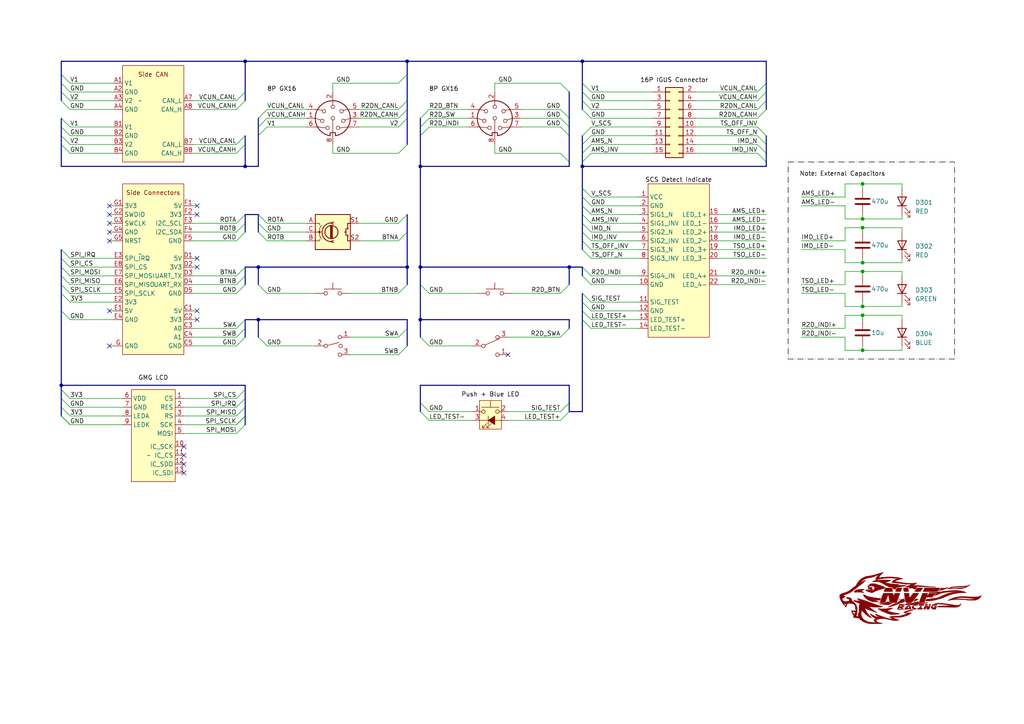
<source format=kicad_sch>
(kicad_sch (version 20231120) (generator "eeschema") (generator_version "8.0")
  (paper "A4")
  (title_block (title "NVF-2 Right Throttle Packaging Wiring") (date "2024-03-06") (rev "1") (company "Scott CJX"))
  (lib_symbols
    (symbol "Connector:DIN-8" (pin_names (offset 1.016))
      (property "Reference" "J" (at 3.175 5.715 0))
      (property "Value" "DIN-8" (at 2.032 -5.842 0))
      (symbol "DIN-8_1_1"
        (pin passive line (at -7.62 0 0) (length 2.54) (name "~") (number "1"))
        (pin passive line (at 0 7.62 270) (length 2.54) (name "~") (number "2"))
        (pin passive line (at 7.62 0 180) (length 2.54) (name "~") (number "3"))
        (pin passive line (at -7.62 2.54 0) (length 2.54) (name "~") (number "4"))
        (pin passive line (at 7.62 2.54 180) (length 2.54) (name "~") (number "5"))
        (pin passive line (at -7.62 -2.54 0) (length 2.54) (name "~") (number "6"))
        (pin passive line (at 7.62 -2.54 180) (length 2.54) (name "~") (number "7"))
        (pin passive line (at 0 -7.62 90) (length 2.54) (name "~") (number "8"))
      )
    )
    (symbol "Connector_Generic:Conn_02x08_Odd_Even" (pin_names (offset 1.016) hide)
      (property "Reference" "J" (at 1.27 10.16 0))
      (property "Value" "Conn_02x08_Odd_Even" (at 1.27 -12.7 0))
      (symbol "Conn_02x08_Odd_Even_1_1"
        (pin passive line (at -5.08 7.62 0) (length 3.81) (name "Pin_1") (number "1"))
        (pin passive line (at 7.62 -2.54 180) (length 3.81) (name "Pin_10") (number "10"))
        (pin passive line (at -5.08 -5.08 0) (length 3.81) (name "Pin_11") (number "11"))
        (pin passive line (at 7.62 -5.08 180) (length 3.81) (name "Pin_12") (number "12"))
        (pin passive line (at -5.08 -7.62 0) (length 3.81) (name "Pin_13") (number "13"))
        (pin passive line (at 7.62 -7.62 180) (length 3.81) (name "Pin_14") (number "14"))
        (pin passive line (at -5.08 -10.16 0) (length 3.81) (name "Pin_15") (number "15"))
        (pin passive line (at 7.62 -10.16 180) (length 3.81) (name "Pin_16") (number "16"))
        (pin passive line (at 7.62 7.62 180) (length 3.81) (name "Pin_2") (number "2"))
        (pin passive line (at -5.08 5.08 0) (length 3.81) (name "Pin_3") (number "3"))
        (pin passive line (at 7.62 5.08 180) (length 3.81) (name "Pin_4") (number "4"))
        (pin passive line (at -5.08 2.54 0) (length 3.81) (name "Pin_5") (number "5"))
        (pin passive line (at 7.62 2.54 180) (length 3.81) (name "Pin_6") (number "6"))
        (pin passive line (at -5.08 0 0) (length 3.81) (name "Pin_7") (number "7"))
        (pin passive line (at 7.62 0 180) (length 3.81) (name "Pin_8") (number "8"))
        (pin passive line (at -5.08 -2.54 0) (length 3.81) (name "Pin_9") (number "9"))
      )
    )
    (symbol "Device:C" (pin_numbers hide) (pin_names (offset 0.254))
      (property "Reference" "C" (at 0.635 2.54 0))
      (property "Value" "C" (at 0.635 -2.54 0))
      (symbol "C_1_1"
        (pin passive line (at 0 3.81 270) (length 2.794) (name "~") (number "1"))
        (pin passive line (at 0 -3.81 90) (length 2.794) (name "~") (number "2"))
      )
    )
    (symbol "Device:LED" (pin_numbers hide) (pin_names (offset 1.016) hide)
      (property "Reference" "D" (at 0 2.54 0))
      (property "Value" "LED" (at 0 -2.54 0))
      (symbol "LED_1_1"
        (pin passive line (at -3.81 0 0) (length 2.54) (name "K") (number "1"))
        (pin passive line (at 3.81 0 180) (length 2.54) (name "A") (number "2"))
      )
    )
    (symbol "Device:RotaryEncoder_Switch" (pin_names (offset 0.254) hide)
      (property "Reference" "SW" (at 0 6.604 0))
      (property "Value" "RotaryEncoder_Switch" (at 0 -6.604 0))
      (symbol "RotaryEncoder_Switch_1_1"
        (pin passive line (at -7.62 2.54 0) (length 2.54) (name "A") (number "A"))
        (pin passive line (at -7.62 -2.54 0) (length 2.54) (name "B") (number "B"))
        (pin passive line (at -7.62 0 0) (length 2.54) (name "C") (number "C"))
        (pin passive line (at 7.62 2.54 180) (length 2.54) (name "S1") (number "S1"))
        (pin passive line (at 7.62 -2.54 180) (length 2.54) (name "S2") (number "S2"))
      )
    )
    (symbol "NVF-Kicad:GMG12864-06D"
      (property "Reference" "U" (at 0 13.97 0))
      (symbol "GMG12864-06D_1_1"
        (pin input line (at 8.89 10.16 180) (length 2.54) (name "CS") (number "1"))
        (pin input line (at 8.89 -3.81 180) (length 2.54) (name "IC_SCK") (number "10"))
        (pin input line (at 8.89 -6.35 180) (length 2.54) (name "IC_CS") (number "11"))
        (pin input line (at 8.89 -8.89 180) (length 2.54) (name "IC_SDO") (number "12"))
        (pin input line (at 8.89 -11.43 180) (length 2.54) (name "IC_SDI") (number "13"))
        (pin input line (at 8.89 7.62 180) (length 2.54) (name "RES") (number "2"))
        (pin input line (at 8.89 5.08 180) (length 2.54) (name "RS") (number "3"))
        (pin input line (at 8.89 2.54 180) (length 2.54) (name "SCK") (number "4"))
        (pin input line (at 8.89 0 180) (length 2.54) (name "MOSI") (number "5"))
        (pin input line (at -8.89 10.16 0) (length 2.54) (name "VDD") (number "6"))
        (pin input line (at -8.89 7.62 0) (length 2.54) (name "GND") (number "7"))
        (pin input line (at -8.89 5.08 0) (length 2.54) (name "LEDA") (number "8"))
        (pin input line (at -8.89 2.54 0) (length 2.54) (name "LEDK") (number "9"))
      )
    )
    (symbol "NVF-Kicad:SmallGeneral"
      (symbol "SmallGeneral_1_1"
        (text "Side CAN" (at 0 12.7 0) (effects (font (size 1.27 1.27))))
        (pin input line (at -11.43 10.16 0) (length 2.54) (name "V1") (number "A1"))
        (pin input line (at -11.43 7.62 0) (length 2.54) (name "GND") (number "A2"))
        (pin input line (at -11.43 5.08 0) (length 2.54) (name "V2") (number "A3"))
        (pin input line (at -11.43 2.54 0) (length 2.54) (name "GND") (number "A4"))
        (pin input line (at 11.43 5.08 180) (length 2.54) (name "CAN_L") (number "A7"))
        (pin input line (at 11.43 2.54 180) (length 2.54) (name "CAN_H") (number "A8"))
        (pin input line (at -11.43 -2.54 0) (length 2.54) (name "V1") (number "B1"))
        (pin input line (at -11.43 -5.08 0) (length 2.54) (name "GND") (number "B2"))
        (pin input line (at -11.43 -7.62 0) (length 2.54) (name "V2") (number "B3"))
        (pin input line (at -11.43 -10.16 0) (length 2.54) (name "GND") (number "B4"))
        (pin input line (at 11.43 -7.62 180) (length 2.54) (name "CAN_L") (number "B7"))
        (pin input line (at 11.43 -10.16 180) (length 2.54) (name "CAN_H") (number "B8"))
      )
      (symbol "SmallGeneral_2_1"
        (text "Side Connectors" (at 0 22.86 0) (effects (font (size 1.27 1.27))))
        (pin input line (at 11.43 -11.43 180) (length 2.54) (name "5V") (number "C1"))
        (pin input line (at 11.43 -13.97 180) (length 2.54) (name "3V3") (number "C2"))
        (pin input line (at 11.43 -16.51 180) (length 2.54) (name "A0") (number "C3"))
        (pin input line (at 11.43 -19.05 180) (length 2.54) (name "A1") (number "C4"))
        (pin input line (at 11.43 -21.59 180) (length 2.54) (name "GND") (number "C5"))
        (pin input line (at 11.43 3.81 180) (length 2.54) (name "5V") (number "D1"))
        (pin input line (at 11.43 1.27 180) (length 2.54) (name "3V3") (number "D2"))
        (pin input line (at 11.43 -1.27 180) (length 2.54) (name "UART_TX") (number "D3"))
        (pin input line (at 11.43 -3.81 180) (length 2.54) (name "UART_RX") (number "D4"))
        (pin input line (at 11.43 -6.35 180) (length 2.54) (name "GND") (number "D5"))
        (pin input line (at -11.43 -11.43 0) (length 2.54) (name "5V") (number "E1"))
        (pin input line (at -11.43 -8.89 0) (length 2.54) (name "3V3") (number "E2"))
        (pin input line (at -11.43 3.81 0) (length 2.54) (name "SPI_IRQ") (number "E3"))
        (pin input line (at -11.43 -13.97 0) (length 2.54) (name "GND") (number "E4"))
        (pin input line (at -11.43 -6.35 0) (length 2.54) (name "SPI_SCLK") (number "E5"))
        (pin input line (at -11.43 -3.81 0) (length 2.54) (name "SPI_MISO") (number "E6"))
        (pin input line (at -11.43 -1.27 0) (length 2.54) (name "SPI_MOSI") (number "E7"))
        (pin input line (at -11.43 1.27 0) (length 2.54) (name "SPI_CS") (number "E8"))
        (pin input line (at 11.43 19.05 180) (length 2.54) (name "5V") (number "F1"))
        (pin input line (at 11.43 16.51 180) (length 2.54) (name "3V3") (number "F2"))
        (pin input line (at 11.43 13.97 180) (length 2.54) (name "I2C_SCL") (number "F3"))
        (pin input line (at 11.43 11.43 180) (length 2.54) (name "I2C_SDA") (number "F4"))
        (pin input line (at 11.43 8.89 180) (length 2.54) (name "GND") (number "F5"))
        (pin input line (at -11.43 -21.59 0) (length 2.54) (name "GND") (number "G"))
        (pin input line (at -11.43 19.05 0) (length 2.54) (name "3V3") (number "G1"))
        (pin input line (at -11.43 16.51 0) (length 2.54) (name "SWDIO") (number "G2"))
        (pin input line (at -11.43 13.97 0) (length 2.54) (name "SWCLK") (number "G3"))
        (pin input line (at -11.43 11.43 0) (length 2.54) (name "GND") (number "G4"))
        (pin input line (at -11.43 8.89 0) (length 2.54) (name "NRST") (number "G5"))
      )
      (symbol "SmallGeneral_3_1"
        (text "Board\nInterconnect" (at 0 12.7 0) (effects (font (size 1.27 1.27))))
        (pin input line (at -11.43 6.35 0) (length 2.54) (name "V1") (number "L1"))
        (pin input line (at -11.43 3.81 0) (length 2.54) (name "GND") (number "L2"))
        (pin input line (at -11.43 1.27 0) (length 2.54) (name "V2") (number "L3"))
        (pin input line (at -11.43 -1.27 0) (length 2.54) (name "GND") (number "L4"))
        (pin input line (at -11.43 -3.81 0) (length 2.54) (name "CAN_L") (number "L7"))
        (pin input line (at -11.43 -6.35 0) (length 2.54) (name "CAN_H") (number "L8"))
        (pin input line (at 11.43 8.89 180) (length 2.54) (name "PA10") (number "R1"))
        (pin input line (at 11.43 6.35 180) (length 2.54) (name "PA9") (number "R2"))
        (pin input line (at 11.43 3.81 180) (length 2.54) (name "PA8") (number "R3"))
        (pin input line (at 11.43 1.27 180) (length 2.54) (name "PB15") (number "R4"))
        (pin input line (at 11.43 -1.27 180) (length 2.54) (name "PB14") (number "R5"))
        (pin input line (at 11.43 -3.81 180) (length 2.54) (name "PB13") (number "R6"))
        (pin input line (at 11.43 -6.35 180) (length 2.54) (name "PB12") (number "R7"))
        (pin input line (at 11.43 -8.89 180) (length 2.54) (name "PB11") (number "R8"))
      )
    )
    (symbol "NVF_OwnParts:NVF-Logo" (pin_names (offset 1.016)))
    (symbol "NVF_OwnParts:SCS Detect Indicate"
      (property "Reference" "U" (at 0 25.4 0))
      (property "Value" "SCS Detect Indicate" (at 0 22.86 0))
      (symbol "SCS Detect Indicate_1_1"
        (pin input line (at -11.43 16.51 0) (length 2.54) (name "VCC") (number "1"))
        (pin input line (at -11.43 -8.89 0) (length 2.54) (name "GND") (number "10"))
        (pin input line (at -11.43 -13.97 0) (length 2.54) (name "SIG_TEST") (number "11"))
        (pin input line (at -11.43 -16.51 0) (length 2.54) (name "GND") (number "12"))
        (pin input line (at -11.43 -19.05 0) (length 2.54) (name "LED_TEST+") (number "13"))
        (pin input line (at -11.43 -21.59 0) (length 2.54) (name "LED_TEST-") (number "14"))
        (pin input line (at 11.43 11.43 180) (length 2.54) (name "LED_1+") (number "15"))
        (pin input line (at 11.43 8.89 180) (length 2.54) (name "LED_1-") (number "16"))
        (pin input line (at 11.43 6.35 180) (length 2.54) (name "LED_2+") (number "17"))
        (pin input line (at 11.43 3.81 180) (length 2.54) (name "LED_2-") (number "18"))
        (pin input line (at 11.43 1.27 180) (length 2.54) (name "LED_3+") (number "19"))
        (pin input line (at -11.43 13.97 0) (length 2.54) (name "GND") (number "2"))
        (pin input line (at 11.43 -1.27 180) (length 2.54) (name "LED_3-") (number "20"))
        (pin input line (at 11.43 -6.35 180) (length 2.54) (name "LED_4+") (number "21"))
        (pin input line (at 11.43 -8.89 180) (length 2.54) (name "LED_4-") (number "22"))
        (pin input line (at -11.43 11.43 0) (length 2.54) (name "SIG1_N") (number "3"))
        (pin input line (at -11.43 8.89 0) (length 2.54) (name "SIG1_INV") (number "4"))
        (pin input line (at -11.43 6.35 0) (length 2.54) (name "SIG2_N") (number "5"))
        (pin input line (at -11.43 3.81 0) (length 2.54) (name "SIG2_INV") (number "6"))
        (pin input line (at -11.43 1.27 0) (length 2.54) (name "SIG3_N") (number "7"))
        (pin input line (at -11.43 -1.27 0) (length 2.54) (name "SIG3_INV") (number "8"))
        (pin input line (at -11.43 -6.35 0) (length 2.54) (name "SIG4_IN") (number "9"))
      )
    )
    (symbol "Switch:SW_Push" (pin_numbers hide) (pin_names (offset 1.016) hide)
      (property "Reference" "SW" (at 1.27 2.54 0))
      (property "Value" "SW_Push" (at 0 -1.524 0))
      (symbol "SW_Push_0_1"
        (pin passive line (at -5.08 0 0) (length 2.54) (name "1") (number "1"))
        (pin passive line (at 5.08 0 180) (length 2.54) (name "2") (number "2"))
      )
    )
    (symbol "Switch:SW_Push_LED" (pin_names (offset 1.016) hide)
      (property "Reference" "SW" (at 0 7.62 0))
      (property "Value" "SW_Push_LED" (at 0 -3.81 0))
      (symbol "SW_Push_LED_0_1"
        (pin passive line (at -5.08 2.54 0) (length 2.54) (name "1") (number "1"))
        (pin passive line (at 5.08 2.54 180) (length 2.54) (name "2") (number "2"))
        (pin passive line (at -5.08 0 0) (length 2.54) (name "K") (number "3"))
        (pin passive line (at 5.08 0 180) (length 2.54) (name "A") (number "4"))
      )
    )
    (symbol "Switch:SW_SPDT_321" (pin_names (offset 1) hide)
      (property "Reference" "SW" (at 0 4.318 0))
      (property "Value" "SW_SPDT_321" (at 0 -5.08 0))
      (symbol "SW_SPDT_321_1_1"
        (pin passive line (at 5.08 -2.54 180) (length 2.54) (name "C") (number "1"))
        (pin passive line (at -5.08 0 0) (length 2.54) (name "B") (number "2"))
        (pin passive line (at 5.08 2.54 180) (length 2.54) (name "A") (number "3"))
      )
    )
    (symbol "Switch:SW_SPDT_MSM" (pin_names (offset 0) hide)
      (property "Reference" "SW" (at 0 5.08 0))
      (property "Value" "SW_SPDT_MSM" (at 0 -5.08 0))
      (symbol "SW_SPDT_MSM_1_1"
        (pin passive line (at 5.08 2.54 180) (length 2.54) (name "1") (number "1"))
        (pin passive line (at -5.08 0 0) (length 2.54) (name "2") (number "2"))
        (pin passive line (at 5.08 -2.54 180) (length 2.54) (name "3") (number "3"))
      )
    )
  )
  (junction (at 165.1 77.47))
  (junction (at 118.11 17.78))
  (junction (at 250.19 76.2))
  (junction (at 250.19 66.04))
  (junction (at 168.91 17.78))
  (junction (at 71.12 17.78))
  (junction (at 168.91 48.26))
  (junction (at 250.19 78.74))
  (junction (at 74.93 92.71))
  (junction (at 250.19 63.5))
  (junction (at 250.19 101.6))
  (junction (at 71.12 48.26))
  (junction (at 121.92 77.47))
  (junction (at 121.92 48.26))
  (junction (at 121.92 92.71))
  (junction (at 17.78 111.76))
  (junction (at 250.19 88.9))
  (junction (at 250.19 91.44))
  (junction (at 74.93 77.47))
  (junction (at 250.19 53.34))
  (junction (at 118.11 77.47))
  (no_connect (at 57.15 90.17))
  (no_connect (at 57.15 74.93))
  (no_connect (at 31.75 69.85))
  (no_connect (at 57.15 59.69))
  (no_connect (at 57.15 92.71))
  (no_connect (at 31.75 100.33))
  (no_connect (at 31.75 64.77))
  (no_connect (at 53.34 137.16))
  (no_connect (at 57.15 77.47))
  (no_connect (at 31.75 62.23))
  (no_connect (at 31.75 90.17))
  (no_connect (at 31.75 67.31))
  (no_connect (at 57.15 62.23))
  (no_connect (at 53.34 129.54))
  (no_connect (at 53.34 132.08))
  (no_connect (at 147.32 102.87))
  (no_connect (at 53.34 134.62))
  (no_connect (at 31.75 59.69))
  (bus_entry (at 168.91 59.69) (size 2.54 2.54))
  (bus_entry (at 71.12 67.31) (size -2.54 2.54))
  (bus_entry (at 17.78 24.13) (size 2.54 2.54))
  (bus_entry (at 118.11 95.25) (size -2.54 2.54))
  (bus_entry (at 222.25 41.91) (size -2.54 -2.54))
  (bus_entry (at 17.78 77.47) (size 2.54 2.54))
  (bus_entry (at 71.12 92.71) (size -2.54 2.54))
  (bus_entry (at 77.47 36.83) (size -2.54 2.54))
  (bus_entry (at 17.78 21.59) (size 2.54 2.54))
  (bus_entry (at 168.91 62.23) (size 2.54 2.54))
  (bus_entry (at 115.57 31.75) (size 2.54 -2.54))
  (bus_entry (at 17.78 72.39) (size 2.54 2.54))
  (bus_entry (at 77.47 34.29) (size -2.54 2.54))
  (bus_entry (at 168.91 64.77) (size 2.54 2.54))
  (bus_entry (at 168.91 39.37) (size 2.54 -2.54))
  (bus_entry (at 77.47 31.75) (size -2.54 2.54))
  (bus_entry (at 168.91 77.47) (size 2.54 2.54))
  (bus_entry (at 222.25 39.37) (size -2.54 -2.54))
  (bus_entry (at 168.91 80.01) (size 2.54 2.54))
  (bus_entry (at 168.91 67.31) (size 2.54 2.54))
  (bus_entry (at 124.46 121.92) (size -2.54 -2.54))
  (bus_entry (at 17.78 34.29) (size 2.54 2.54))
  (bus_entry (at 74.93 62.23) (size 2.54 2.54))
  (bus_entry (at 71.12 123.19) (size -2.54 2.54))
  (bus_entry (at 17.78 120.65) (size 2.54 2.54))
  (bus_entry (at 168.91 54.61) (size 2.54 2.54))
  (bus_entry (at 165.1 95.25) (size -2.54 2.54))
  (bus_entry (at 222.25 26.67) (size -2.54 2.54))
  (bus_entry (at 71.12 118.11) (size -2.54 2.54))
  (bus_entry (at 74.93 97.79) (size 2.54 2.54))
  (bus_entry (at 115.57 24.13) (size 2.54 -2.54))
  (bus_entry (at 162.56 119.38) (size 2.54 -2.54))
  (bus_entry (at 162.56 31.75) (size 2.54 2.54))
  (bus_entry (at 71.12 113.03) (size -2.54 2.54))
  (bus_entry (at 222.25 31.75) (size -2.54 2.54))
  (bus_entry (at 17.78 113.03) (size 2.54 2.54))
  (bus_entry (at 162.56 34.29) (size 2.54 2.54))
  (bus_entry (at 124.46 36.83) (size -2.54 2.54))
  (bus_entry (at 71.12 62.23) (size -2.54 2.54))
  (bus_entry (at 17.78 90.17) (size 2.54 2.54))
  (bus_entry (at 17.78 39.37) (size 2.54 2.54))
  (bus_entry (at 168.91 57.15) (size 2.54 2.54))
  (bus_entry (at 118.11 62.23) (size -2.54 2.54))
  (bus_entry (at 71.12 41.91) (size -2.54 2.54))
  (bus_entry (at 162.56 44.45) (size 2.54 2.54))
  (bus_entry (at 168.91 85.09) (size 2.54 2.54))
  (bus_entry (at 115.57 44.45) (size 2.54 -2.54))
  (bus_entry (at 162.56 36.83) (size 2.54 2.54))
  (bus_entry (at 17.78 118.11) (size 2.54 2.54))
  (bus_entry (at 168.91 92.71) (size 2.54 2.54))
  (bus_entry (at 17.78 41.91) (size 2.54 2.54))
  (bus_entry (at 124.46 31.75) (size -2.54 2.54))
  (bus_entry (at 168.91 26.67) (size 2.54 2.54))
  (bus_entry (at 71.12 82.55) (size -2.54 2.54))
  (bus_entry (at 168.91 29.21) (size 2.54 2.54))
  (bus_entry (at 74.93 64.77) (size 2.54 2.54))
  (bus_entry (at 17.78 36.83) (size 2.54 2.54))
  (bus_entry (at 17.78 82.55) (size 2.54 2.54))
  (bus_entry (at 74.93 82.55) (size 2.54 2.54))
  (bus_entry (at 168.91 31.75) (size 2.54 2.54))
  (bus_entry (at 115.57 36.83) (size 2.54 -2.54))
  (bus_entry (at 118.11 67.31) (size -2.54 2.54))
  (bus_entry (at 17.78 26.67) (size 2.54 2.54))
  (bus_entry (at 222.25 24.13) (size -2.54 2.54))
  (bus_entry (at 71.12 39.37) (size -2.54 2.54))
  (bus_entry (at 71.12 95.25) (size -2.54 2.54))
  (bus_entry (at 222.25 46.99) (size -2.54 -2.54))
  (bus_entry (at 74.93 67.31) (size 2.54 2.54))
  (bus_entry (at 168.91 46.99) (size 2.54 -2.54))
  (bus_entry (at 168.91 87.63) (size 2.54 2.54))
  (bus_entry (at 17.78 29.21) (size 2.54 2.54))
  (bus_entry (at 165.1 82.55) (size -2.54 2.54))
  (bus_entry (at 121.92 97.79) (size 2.54 2.54))
  (bus_entry (at 17.78 115.57) (size 2.54 2.54))
  (bus_entry (at 121.92 82.55) (size 2.54 2.54))
  (bus_entry (at 168.91 44.45) (size 2.54 -2.54))
  (bus_entry (at 71.12 29.21) (size -2.54 2.54))
  (bus_entry (at 168.91 72.39) (size 2.54 2.54))
  (bus_entry (at 17.78 85.09) (size 2.54 2.54))
  (bus_entry (at 118.11 100.33) (size -2.54 2.54))
  (bus_entry (at 71.12 80.01) (size -2.54 2.54))
  (bus_entry (at 222.25 29.21) (size -2.54 2.54))
  (bus_entry (at 71.12 97.79) (size -2.54 2.54))
  (bus_entry (at 168.91 41.91) (size 2.54 -2.54))
  (bus_entry (at 124.46 34.29) (size -2.54 2.54))
  (bus_entry (at 71.12 64.77) (size -2.54 2.54))
  (bus_entry (at 124.46 119.38) (size -2.54 -2.54))
  (bus_entry (at 71.12 120.65) (size -2.54 2.54))
  (bus_entry (at 162.56 24.13) (size 2.54 2.54))
  (bus_entry (at 17.78 120.65) (size 2.54 2.54))
  (bus_entry (at 168.91 69.85) (size 2.54 2.54))
  (bus_entry (at 71.12 115.57) (size -2.54 2.54))
  (bus_entry (at 17.78 74.93) (size 2.54 2.54))
  (bus_entry (at 222.25 44.45) (size -2.54 -2.54))
  (bus_entry (at 71.12 77.47) (size -2.54 2.54))
  (bus_entry (at 162.56 121.92) (size 2.54 -2.54))
  (bus_entry (at 118.11 82.55) (size -2.54 2.54))
  (bus_entry (at 17.78 80.01) (size 2.54 2.54))
  (bus_entry (at 168.91 90.17) (size 2.54 2.54))
  (bus_entry (at 115.57 34.29) (size 2.54 -2.54))
  (bus_entry (at 168.91 24.13) (size 2.54 2.54))
  (bus_entry (at 71.12 120.65) (size -2.54 2.54))
  (bus_entry (at 71.12 26.67) (size -2.54 2.54))
  (wire (pts (xy 208.28 69.85) (xy 222.25 69.85)))
  (wire (pts (xy 261.62 63.5) (xy 250.19 63.5)))
  (wire (pts (xy 245.11 76.2) (xy 245.11 72.39)))
  (bus (pts (xy 118.11 100.33) (xy 118.11 95.25)))
  (wire (pts (xy 171.45 26.67) (xy 189.23 26.67)))
  (wire (pts (xy 20.32 39.37) (xy 33.02 39.37)))
  (bus (pts (xy 71.12 39.37) (xy 71.12 41.91)))
  (bus (pts (xy 17.78 85.09) (xy 17.78 90.17)))
  (wire (pts (xy 250.19 101.6) (xy 250.19 100.33)))
  (bus (pts (xy 121.92 36.83) (xy 121.92 39.37)))
  (bus (pts (xy 17.78 90.17) (xy 17.78 111.76)))
  (wire (pts (xy 20.32 44.45) (xy 33.02 44.45)))
  (wire (pts (xy 250.19 53.34) (xy 261.62 53.34)))
  (wire (pts (xy 245.11 101.6) (xy 245.11 97.79)))
  (wire (pts (xy 250.19 91.44) (xy 261.62 91.44)))
  (bus (pts (xy 71.12 115.57) (xy 71.12 113.03)))
  (wire (pts (xy 250.19 66.04) (xy 250.19 67.31)))
  (wire (pts (xy 68.58 31.75) (xy 55.88 31.75)))
  (wire (pts (xy 250.19 88.9) (xy 250.19 87.63)))
  (bus (pts (xy 71.12 62.23) (xy 71.12 64.77)))
  (bus (pts (xy 17.78 34.29) (xy 17.78 36.83)))
  (wire (pts (xy 31.75 59.69) (xy 33.02 59.69)))
  (wire (pts (xy 219.71 44.45) (xy 201.93 44.45)))
  (wire (pts (xy 185.42 82.55) (xy 171.45 82.55)))
  (wire (pts (xy 68.58 69.85) (xy 55.88 69.85)))
  (wire (pts (xy 143.51 24.13) (xy 162.56 24.13)))
  (bus (pts (xy 17.78 113.03) (xy 17.78 115.57)))
  (wire (pts (xy 245.11 66.04) (xy 250.19 66.04)))
  (wire (pts (xy 55.88 62.23) (xy 57.15 62.23)))
  (wire (pts (xy 245.11 88.9) (xy 245.11 85.09)))
  (bus (pts (xy 121.92 116.84) (xy 121.92 111.76)))
  (bus (pts (xy 118.11 34.29) (xy 118.11 31.75)))
  (wire (pts (xy 143.51 44.45) (xy 143.51 41.91)))
  (bus (pts (xy 222.25 29.21) (xy 222.25 31.75)))
  (wire (pts (xy 232.41 59.69) (xy 245.11 59.69)))
  (bus (pts (xy 118.11 67.31) (xy 118.11 77.47)))
  (wire (pts (xy 124.46 34.29) (xy 135.89 34.29)))
  (wire (pts (xy 55.88 82.55) (xy 68.58 82.55)))
  (bus (pts (xy 118.11 62.23) (xy 118.11 67.31)))
  (wire (pts (xy 31.75 100.33) (xy 33.02 100.33)))
  (bus (pts (xy 17.78 21.59) (xy 17.78 24.13)))
  (bus (pts (xy 74.93 64.77) (xy 74.93 62.23)))
  (wire (pts (xy 171.45 87.63) (xy 185.42 87.63)))
  (bus (pts (xy 222.25 24.13) (xy 222.25 17.78)))
  (wire (pts (xy 68.58 64.77) (xy 55.88 64.77)))
  (bus (pts (xy 71.12 80.01) (xy 71.12 82.55)))
  (bus (pts (xy 71.12 26.67) (xy 71.12 29.21)))
  (bus (pts (xy 74.93 92.71) (xy 74.93 97.79)))
  (bus (pts (xy 121.92 48.26) (xy 121.92 77.47)))
  (wire (pts (xy 171.45 36.83) (xy 189.23 36.83)))
  (bus (pts (xy 121.92 77.47) (xy 121.92 82.55)))
  (bus (pts (xy 222.25 41.91) (xy 222.25 39.37)))
  (wire (pts (xy 171.45 34.29) (xy 189.23 34.29)))
  (bus (pts (xy 168.91 92.71) (xy 168.91 119.38)))
  (wire (pts (xy 185.42 74.93) (xy 171.45 74.93)))
  (bus (pts (xy 121.92 48.26) (xy 165.1 48.26)))
  (wire (pts (xy 208.28 80.01) (xy 222.25 80.01)))
  (wire (pts (xy 20.32 41.91) (xy 33.02 41.91)))
  (wire (pts (xy 250.19 78.74) (xy 261.62 78.74)))
  (wire (pts (xy 261.62 100.33) (xy 261.62 101.6)))
  (wire (pts (xy 96.52 24.13) (xy 115.57 24.13)))
  (bus (pts (xy 165.1 46.99) (xy 165.1 48.26)))
  (wire (pts (xy 77.47 85.09) (xy 91.44 85.09)))
  (bus (pts (xy 165.1 111.76) (xy 165.1 116.84)))
  (wire (pts (xy 68.58 85.09) (xy 55.88 85.09)))
  (bus (pts (xy 71.12 123.19) (xy 71.12 120.65)))
  (bus (pts (xy 222.25 26.67) (xy 222.25 29.21)))
  (wire (pts (xy 115.57 36.83) (xy 104.14 36.83)))
  (wire (pts (xy 261.62 87.63) (xy 261.62 88.9)))
  (wire (pts (xy 20.32 120.65) (xy 35.56 120.65)))
  (bus (pts (xy 17.78 36.83) (xy 17.78 39.37)))
  (wire (pts (xy 20.32 92.71) (xy 33.02 92.71)))
  (wire (pts (xy 232.41 72.39) (xy 245.11 72.39)))
  (wire (pts (xy 208.28 82.55) (xy 222.25 82.55)))
  (wire (pts (xy 20.32 82.55) (xy 33.02 82.55)))
  (bus (pts (xy 17.78 77.47) (xy 17.78 80.01)))
  (wire (pts (xy 55.88 77.47) (xy 57.15 77.47)))
  (wire (pts (xy 20.32 29.21) (xy 33.02 29.21)))
  (bus (pts (xy 71.12 48.26) (xy 17.78 48.26)))
  (wire (pts (xy 171.45 29.21) (xy 189.23 29.21)))
  (bus (pts (xy 165.1 77.47) (xy 165.1 82.55)))
  (bus (pts (xy 118.11 21.59) (xy 118.11 29.21)))
  (wire (pts (xy 250.19 76.2) (xy 245.11 76.2)))
  (bus (pts (xy 168.91 80.01) (xy 168.91 77.47)))
  (bus (pts (xy 168.91 64.77) (xy 168.91 67.31)))
  (wire (pts (xy 115.57 64.77) (xy 104.14 64.77)))
  (bus (pts (xy 168.91 48.26) (xy 222.25 48.26)))
  (wire (pts (xy 232.41 57.15) (xy 245.11 57.15)))
  (wire (pts (xy 162.56 31.75) (xy 151.13 31.75)))
  (bus (pts (xy 222.25 24.13) (xy 222.25 26.67)))
  (bus (pts (xy 74.93 36.83) (xy 74.93 39.37)))
  (bus (pts (xy 168.91 46.99) (xy 168.91 48.26)))
  (bus (pts (xy 121.92 82.55) (xy 121.92 92.71)))
  (bus (pts (xy 118.11 92.71) (xy 74.93 92.71)))
  (bus (pts (xy 71.12 113.03) (xy 71.12 111.76)))
  (wire (pts (xy 20.32 74.93) (xy 33.02 74.93)))
  (wire (pts (xy 77.47 67.31) (xy 88.9 67.31)))
  (wire (pts (xy 68.58 29.21) (xy 55.88 29.21)))
  (bus (pts (xy 17.78 24.13) (xy 17.78 26.67)))
  (wire (pts (xy 137.16 121.92) (xy 124.46 121.92)))
  (wire (pts (xy 245.11 66.04) (xy 245.11 69.85)))
  (bus (pts (xy 74.93 34.29) (xy 74.93 36.83)))
  (bus (pts (xy 168.91 67.31) (xy 168.91 69.85)))
  (bus (pts (xy 71.12 26.67) (xy 71.12 17.78)))
  (wire (pts (xy 101.6 102.87) (xy 115.57 102.87)))
  (wire (pts (xy 162.56 36.83) (xy 151.13 36.83)))
  (wire (pts (xy 31.75 62.23) (xy 33.02 62.23)))
  (bus (pts (xy 17.78 111.76) (xy 17.78 113.03)))
  (wire (pts (xy 101.6 97.79) (xy 115.57 97.79)))
  (wire (pts (xy 219.71 41.91) (xy 201.93 41.91)))
  (wire (pts (xy 245.11 91.44) (xy 245.11 95.25)))
  (wire (pts (xy 171.45 95.25) (xy 185.42 95.25)))
  (bus (pts (xy 17.78 41.91) (xy 17.78 48.26)))
  (wire (pts (xy 20.32 77.47) (xy 33.02 77.47)))
  (bus (pts (xy 17.78 115.57) (xy 17.78 118.11)))
  (wire (pts (xy 171.45 59.69) (xy 185.42 59.69)))
  (wire (pts (xy 232.41 69.85) (xy 245.11 69.85)))
  (bus (pts (xy 168.91 54.61) (xy 168.91 57.15)))
  (wire (pts (xy 245.11 91.44) (xy 250.19 91.44)))
  (wire (pts (xy 143.51 44.45) (xy 162.56 44.45)))
  (wire (pts (xy 115.57 34.29) (xy 104.14 34.29)))
  (wire (pts (xy 245.11 78.74) (xy 245.11 82.55)))
  (wire (pts (xy 261.62 88.9) (xy 250.19 88.9)))
  (wire (pts (xy 171.45 31.75) (xy 189.23 31.75)))
  (bus (pts (xy 71.12 77.47) (xy 74.93 77.47)))
  (wire (pts (xy 77.47 69.85) (xy 88.9 69.85)))
  (wire (pts (xy 171.45 90.17) (xy 185.42 90.17)))
  (wire (pts (xy 208.28 72.39) (xy 222.25 72.39)))
  (wire (pts (xy 245.11 53.34) (xy 250.19 53.34)))
  (bus (pts (xy 121.92 77.47) (xy 165.1 77.47)))
  (wire (pts (xy 96.52 44.45) (xy 115.57 44.45)))
  (bus (pts (xy 168.91 62.23) (xy 168.91 64.77)))
  (bus (pts (xy 121.92 119.38) (xy 121.92 116.84)))
  (bus (pts (xy 121.92 34.29) (xy 121.92 36.83)))
  (wire (pts (xy 68.58 118.11) (xy 53.34 118.11)))
  (wire (pts (xy 171.45 39.37) (xy 189.23 39.37)))
  (bus (pts (xy 222.25 48.26) (xy 222.25 46.99)))
  (wire (pts (xy 261.62 91.44) (xy 261.62 92.71)))
  (bus (pts (xy 17.78 72.39) (xy 17.78 74.93)))
  (wire (pts (xy 143.51 24.13) (xy 143.51 26.67)))
  (wire (pts (xy 20.32 80.01) (xy 33.02 80.01)))
  (wire (pts (xy 31.75 69.85) (xy 33.02 69.85)))
  (wire (pts (xy 55.88 97.79) (xy 68.58 97.79)))
  (bus (pts (xy 74.93 77.47) (xy 118.11 77.47)))
  (wire (pts (xy 219.71 34.29) (xy 201.93 34.29)))
  (bus (pts (xy 17.78 80.01) (xy 17.78 82.55)))
  (bus (pts (xy 168.91 41.91) (xy 168.91 44.45)))
  (wire (pts (xy 219.71 26.67) (xy 201.93 26.67)))
  (bus (pts (xy 17.78 17.78) (xy 17.78 21.59)))
  (bus (pts (xy 118.11 17.78) (xy 168.91 17.78)))
  (wire (pts (xy 232.41 85.09) (xy 245.11 85.09)))
  (wire (pts (xy 124.46 100.33) (xy 137.16 100.33)))
  (wire (pts (xy 68.58 123.19) (xy 53.34 123.19)))
  (wire (pts (xy 124.46 36.83) (xy 135.89 36.83)))
  (wire (pts (xy 68.58 125.73) (xy 53.34 125.73)))
  (bus (pts (xy 121.92 39.37) (xy 121.92 48.26)))
  (bus (pts (xy 168.91 48.26) (xy 168.91 54.61)))
  (wire (pts (xy 185.42 69.85) (xy 171.45 69.85)))
  (wire (pts (xy 208.28 62.23) (xy 222.25 62.23)))
  (bus (pts (xy 121.92 92.71) (xy 121.92 97.79)))
  (bus (pts (xy 168.91 26.67) (xy 168.91 29.21)))
  (bus (pts (xy 74.93 77.47) (xy 74.93 82.55)))
  (bus (pts (xy 17.78 118.11) (xy 17.78 120.65)))
  (wire (pts (xy 250.19 101.6) (xy 245.11 101.6)))
  (wire (pts (xy 115.57 31.75) (xy 104.14 31.75)))
  (bus (pts (xy 121.92 111.76) (xy 165.1 111.76)))
  (wire (pts (xy 250.19 78.74) (xy 250.19 80.01)))
  (bus (pts (xy 165.1 26.67) (xy 165.1 34.29)))
  (wire (pts (xy 208.28 74.93) (xy 222.25 74.93)))
  (wire (pts (xy 219.71 29.21) (xy 201.93 29.21)))
  (bus (pts (xy 168.91 119.38) (xy 165.1 119.38)))
  (wire (pts (xy 250.19 53.34) (xy 250.19 54.61)))
  (wire (pts (xy 20.32 118.11) (xy 35.56 118.11)))
  (wire (pts (xy 232.41 95.25) (xy 245.11 95.25)))
  (wire (pts (xy 261.62 53.34) (xy 261.62 54.61)))
  (wire (pts (xy 185.42 64.77) (xy 171.45 64.77)))
  (bus (pts (xy 222.25 17.78) (xy 168.91 17.78)))
  (bus (pts (xy 71.12 48.26) (xy 74.93 48.26)))
  (bus (pts (xy 71.12 77.47) (xy 71.12 80.01)))
  (wire (pts (xy 20.32 123.19) (xy 35.56 123.19)))
  (wire (pts (xy 250.19 76.2) (xy 250.19 74.93)))
  (wire (pts (xy 219.71 31.75) (xy 201.93 31.75)))
  (wire (pts (xy 77.47 34.29) (xy 88.9 34.29)))
  (wire (pts (xy 245.11 63.5) (xy 245.11 59.69)))
  (wire (pts (xy 68.58 115.57) (xy 53.34 115.57)))
  (bus (pts (xy 165.1 36.83) (xy 165.1 39.37)))
  (wire (pts (xy 31.75 67.31) (xy 33.02 67.31)))
  (bus (pts (xy 168.91 85.09) (xy 168.91 87.63)))
  (bus (pts (xy 71.12 17.78) (xy 17.78 17.78)))
  (bus (pts (xy 71.12 92.71) (xy 71.12 95.25)))
  (wire (pts (xy 250.19 66.04) (xy 261.62 66.04)))
  (bus (pts (xy 118.11 41.91) (xy 118.11 34.29)))
  (wire (pts (xy 261.62 76.2) (xy 250.19 76.2)))
  (wire (pts (xy 245.11 53.34) (xy 245.11 57.15)))
  (bus (pts (xy 17.78 82.55) (xy 17.78 85.09)))
  (wire (pts (xy 31.75 90.17) (xy 33.02 90.17)))
  (wire (pts (xy 124.46 31.75) (xy 135.89 31.75)))
  (bus (pts (xy 74.93 62.23) (xy 71.12 62.23)))
  (wire (pts (xy 261.62 66.04) (xy 261.62 67.31)))
  (wire (pts (xy 185.42 67.31) (xy 171.45 67.31)))
  (bus (pts (xy 118.11 95.25) (xy 118.11 92.71)))
  (wire (pts (xy 20.32 115.57) (xy 35.56 115.57)))
  (wire (pts (xy 20.32 24.13) (xy 33.02 24.13)))
  (wire (pts (xy 250.19 91.44) (xy 250.19 92.71)))
  (wire (pts (xy 20.32 26.67) (xy 33.02 26.67)))
  (bus (pts (xy 118.11 31.75) (xy 118.11 29.21)))
  (bus (pts (xy 165.1 77.47) (xy 168.91 77.47)))
  (bus (pts (xy 165.1 116.84) (xy 165.1 119.38)))
  (wire (pts (xy 148.59 85.09) (xy 162.56 85.09)))
  (wire (pts (xy 68.58 44.45) (xy 55.88 44.45)))
  (wire (pts (xy 147.32 119.38) (xy 162.56 119.38)))
  (bus (pts (xy 71.12 120.65) (xy 71.12 118.11)))
  (wire (pts (xy 171.45 57.15) (xy 185.42 57.15)))
  (bus (pts (xy 222.25 44.45) (xy 222.25 41.91)))
  (wire (pts (xy 124.46 85.09) (xy 138.43 85.09)))
  (wire (pts (xy 96.52 44.45) (xy 96.52 41.91)))
  (bus (pts (xy 168.91 90.17) (xy 168.91 92.71)))
  (wire (pts (xy 232.41 97.79) (xy 245.11 97.79)))
  (wire (pts (xy 171.45 92.71) (xy 185.42 92.71)))
  (wire (pts (xy 245.11 78.74) (xy 250.19 78.74)))
  (bus (pts (xy 168.91 69.85) (xy 168.91 72.39)))
  (wire (pts (xy 68.58 95.25) (xy 55.88 95.25)))
  (bus (pts (xy 168.91 44.45) (xy 168.91 46.99)))
  (wire (pts (xy 55.88 74.93) (xy 57.15 74.93)))
  (wire (pts (xy 115.57 85.09) (xy 101.6 85.09)))
  (wire (pts (xy 137.16 119.38) (xy 124.46 119.38)))
  (bus (pts (xy 168.91 17.78) (xy 168.91 24.13)))
  (wire (pts (xy 162.56 34.29) (xy 151.13 34.29)))
  (wire (pts (xy 68.58 41.91) (xy 55.88 41.91)))
  (bus (pts (xy 168.91 59.69) (xy 168.91 62.23)))
  (bus (pts (xy 71.12 41.91) (xy 71.12 48.26)))
  (wire (pts (xy 185.42 72.39) (xy 171.45 72.39)))
  (wire (pts (xy 147.32 97.79) (xy 162.56 97.79)))
  (wire (pts (xy 219.71 36.83) (xy 201.93 36.83)))
  (wire (pts (xy 115.57 69.85) (xy 104.14 69.85)))
  (bus (pts (xy 17.78 39.37) (xy 17.78 41.91)))
  (wire (pts (xy 208.28 64.77) (xy 222.25 64.77)))
  (bus (pts (xy 71.12 111.76) (xy 17.78 111.76)))
  (bus (pts (xy 165.1 92.71) (xy 121.92 92.71)))
  (wire (pts (xy 55.88 59.69) (xy 57.15 59.69)))
  (wire (pts (xy 261.62 78.74) (xy 261.62 80.01)))
  (bus (pts (xy 222.25 46.99) (xy 222.25 44.45)))
  (wire (pts (xy 171.45 41.91) (xy 189.23 41.91)))
  (wire (pts (xy 20.32 85.09) (xy 33.02 85.09)))
  (bus (pts (xy 165.1 34.29) (xy 165.1 36.83)))
  (bus (pts (xy 71.12 17.78) (xy 118.11 17.78)))
  (wire (pts (xy 147.32 121.92) (xy 162.56 121.92)))
  (bus (pts (xy 74.93 67.31) (xy 74.93 64.77)))
  (bus (pts (xy 71.12 92.71) (xy 74.93 92.71)))
  (wire (pts (xy 77.47 64.77) (xy 88.9 64.77)))
  (bus (pts (xy 71.12 95.25) (xy 71.12 97.79)))
  (bus (pts (xy 118.11 17.78) (xy 118.11 21.59)))
  (bus (pts (xy 71.12 118.11) (xy 71.12 115.57)))
  (wire (pts (xy 77.47 31.75) (xy 88.9 31.75)))
  (wire (pts (xy 20.32 87.63) (xy 33.02 87.63)))
  (wire (pts (xy 68.58 80.01) (xy 55.88 80.01)))
  (wire (pts (xy 250.19 88.9) (xy 245.11 88.9)))
  (wire (pts (xy 55.88 92.71) (xy 57.15 92.71)))
  (wire (pts (xy 31.75 64.77) (xy 33.02 64.77)))
  (bus (pts (xy 74.93 39.37) (xy 74.93 48.26)))
  (wire (pts (xy 171.45 44.45) (xy 189.23 44.45)))
  (bus (pts (xy 168.91 41.91) (xy 168.91 39.37)))
  (wire (pts (xy 77.47 36.83) (xy 88.9 36.83)))
  (wire (pts (xy 77.47 100.33) (xy 91.44 100.33)))
  (wire (pts (xy 208.28 67.31) (xy 222.25 67.31)))
  (wire (pts (xy 250.19 63.5) (xy 250.19 62.23)))
  (bus (pts (xy 17.78 26.67) (xy 17.78 29.21)))
  (wire (pts (xy 261.62 62.23) (xy 261.62 63.5)))
  (wire (pts (xy 96.52 24.13) (xy 96.52 26.67)))
  (bus (pts (xy 71.12 64.77) (xy 71.12 67.31)))
  (wire (pts (xy 185.42 80.01) (xy 171.45 80.01)))
  (wire (pts (xy 171.45 62.23) (xy 185.42 62.23)))
  (bus (pts (xy 17.78 74.93) (xy 17.78 77.47)))
  (bus (pts (xy 168.91 57.15) (xy 168.91 59.69)))
  (bus (pts (xy 118.11 77.47) (xy 118.11 82.55)))
  (wire (pts (xy 20.32 36.83) (xy 33.02 36.83)))
  (wire (pts (xy 68.58 100.33) (xy 55.88 100.33)))
  (wire (pts (xy 250.19 63.5) (xy 245.11 63.5)))
  (wire (pts (xy 55.88 67.31) (xy 68.58 67.31)))
  (wire (pts (xy 219.71 39.37) (xy 201.93 39.37)))
  (bus (pts (xy 168.91 87.63) (xy 168.91 90.17)))
  (bus (pts (xy 165.1 95.25) (xy 165.1 92.71)))
  (wire (pts (xy 261.62 74.93) (xy 261.62 76.2)))
  (wire (pts (xy 68.58 120.65) (xy 53.34 120.65)))
  (wire (pts (xy 261.62 101.6) (xy 250.19 101.6)))
  (wire (pts (xy 55.88 90.17) (xy 57.15 90.17)))
  (wire (pts (xy 232.41 82.55) (xy 245.11 82.55)))
  (wire (pts (xy 20.32 31.75) (xy 33.02 31.75)))
  (bus (pts (xy 168.91 29.21) (xy 168.91 31.75)))
  (bus (pts (xy 168.91 24.13) (xy 168.91 26.67)))
  (bus (pts (xy 165.1 39.37) (xy 165.1 46.99)))
  (rectangle (start 228.6 46.99) (end 276.86 104.14) (stroke (width 0) (type dash_dot) (color 0 0 0 1)))
  (text "16P IGUS Connector" (at 195.58 24.13 0) (effects (font (size 1.27 1.27)) (justify bottom)))
  (text "8P GX16" (at 124.46 26.67 0) (effects (font (size 1.27 1.27)) (justify left bottom)))
  (text "8P GX16" (at 77.47 26.67 0) (effects (font (size 1.27 1.27)) (justify left bottom)))
  (text "Note: External Capacitors" (at 244.348 50.546 0) (effects (font (size 1.27 1.27))))
  (text "GMG LCD" (at 44.45 110.49 0) (effects (font (size 1.27 1.27)) (justify bottom)))
  (label "V2" (at 20.32 29.21 0))
  (label "LED_TEST-" (at 171.45 95.25 0))
  (label "GND" (at 171.45 34.29 0))
  (label "VCUN_CANL" (at 77.47 31.75 0))
  (label "SWB" (at 68.58 97.79 180))
  (label "TS_OFF_INV" (at 219.71 36.83 180))
  (label "IMD_LED-" (at 232.41 72.39 0))
  (label "GND" (at 77.47 100.33 0))
  (label "AMS_N" (at 171.45 62.23 0))
  (label "GND" (at 162.56 36.83 180))
  (label "GND" (at 171.45 59.69 0))
  (label "AMS_LED-" (at 222.25 64.77 180))
  (label "GND" (at 20.32 39.37 0))
  (label "GND" (at 115.57 64.77 180))
  (label "TS_OFF_N" (at 219.71 39.37 180))
  (label "AMS_LED+" (at 232.41 57.15 0))
  (label "V1" (at 77.47 36.83 0))
  (label "BTNB" (at 68.58 82.55 180))
  (label "V2" (at 115.57 36.83 180))
  (label "GND" (at 20.32 123.19 0))
  (label "TS_OFF_INV" (at 171.45 72.39 0))
  (label "SPI_CS" (at 68.58 115.57 180))
  (label "GND" (at 68.58 100.33 180))
  (label "ROTA" (at 77.47 64.77 0))
  (label "IMD_LED+" (at 232.41 69.85 0))
  (label "3V3" (at 20.32 87.63 0))
  (label "GND" (at 148.59 44.45 180))
  (label "SIG_TEST" (at 162.56 119.38 180))
  (label "GND" (at 20.32 44.45 0))
  (label "R2D_SW" (at 124.46 34.29 0))
  (label "R2DN_CANH" (at 219.71 34.29 180))
  (label "AMS_LED+" (at 222.25 62.23 180))
  (label "GND" (at 171.45 90.17 0))
  (label "R2D_BTN" (at 124.46 31.75 0))
  (label "SWB" (at 115.57 102.87 180))
  (label "GND" (at 162.56 31.75 180))
  (label "GND" (at 171.45 82.55 0))
  (label "SPI_IRQ" (at 20.32 74.93 0))
  (label "R2D_INDI-" (at 232.41 97.79 0))
  (label "IMD_INV" (at 219.71 44.45 180))
  (label "R2D_INDI" (at 171.45 80.01 0))
  (label "GND" (at 101.6 44.45 180))
  (label "VCUN_CANH" (at 77.47 34.29 0))
  (label "TS_OFF_N" (at 171.45 74.93 0))
  (label "GND" (at 77.47 67.31 0))
  (label "V1" (at 20.32 24.13 0))
  (label "GND" (at 171.45 29.21 0))
  (label "VCUN_CANL" (at 219.71 26.67 180))
  (label "ROTB" (at 77.4742 69.85 0))
  (label "GND" (at 124.46 100.33 0))
  (label "IMD_LED+" (at 222.25 67.31 180))
  (label "R2DN_CANL" (at 219.71 31.75 180))
  (label "V2" (at 20.32 41.91 0))
  (label "R2D_SWA" (at 162.56 97.79 180))
  (label "SPI_IRQ" (at 68.58 118.11 180))
  (label "GND" (at 148.59 24.13 180))
  (label "GND" (at 171.45 39.37 0))
  (label "V1" (at 20.32 36.83 0))
  (label "TSO_LED-" (at 222.25 74.93 180))
  (label "AMS_LED-" (at 232.41 59.69 0))
  (label "V2" (at 171.45 31.75 0))
  (label "GND" (at 20.32 26.67 0))
  (label "GND" (at 77.47 85.09 0))
  (label "SPI_MOSI" (at 20.32 80.01 0))
  (label "LED_TEST+" (at 162.56 121.92 180))
  (label "VCUN_CANH" (at 219.71 29.21 180))
  (label "3V3" (at 20.32 120.65 0))
  (label "R2D_BTN" (at 162.56 85.09 180))
  (label "R2DN_CANH" (at 115.57 34.29 180))
  (label "SIG_TEST" (at 171.45 87.63 0))
  (label "GND" (at 124.46 119.38 0))
  (label "TSO_LED-" (at 232.41 85.09 0))
  (label "BTNA" (at 68.58 80.01 180))
  (label "V_SCS" (at 171.45 36.83 0))
  (label "3V3" (at 20.32 115.57 0))
  (label "GND" (at 20.32 118.11 0))
  (label "SPI_SCLK" (at 20.32 85.09 0))
  (label "AMS_INV" (at 171.45 64.77 0))
  (label "IMD_INV" (at 171.45 69.85 0))
  (label "ROTB" (at 68.58 67.31 180))
  (label "GND" (at 124.46 85.09 0))
  (label "GND" (at 68.58 69.85 180))
  (label "VCUN_CANL" (at 68.58 41.91 180))
  (label "VCUN_CANL" (at 68.58 29.21 180))
  (label "TSO_LED+" (at 232.41 82.55 0))
  (label "IMD_N" (at 171.45 67.31 0))
  (label "R2DN_CANL" (at 115.57 31.75 180))
  (label "SPI_SCLK" (at 68.58 123.19 180))
  (label "IMD_N" (at 219.71 41.91 180))
  (label "R2D_INDI-" (at 222.25 82.55 180))
  (label "LED_TEST-" (at 124.46 121.92 0))
  (label "R2D_INDI" (at 124.46 36.83 0))
  (label "SPI_CS" (at 20.32 77.47 0))
  (label "SWA" (at 68.58 95.25 180))
  (label "R2D_INDI+" (at 222.25 80.01 180))
  (label "V_SCS" (at 171.45 57.15 0))
  (label "IMD_LED-" (at 222.25 69.85 180))
  (label "V1" (at 171.45 26.67 0))
  (label "TSO_LED+" (at 222.25 72.39 180))
  (label "R2D_INDI+" (at 232.41 95.25 0))
  (label "ROTA" (at 68.58 64.77 180))
  (label "VCUN_CANH" (at 68.58 31.75 180))
  (label "GND" (at 162.56 34.29 180))
  (label "SPI_MOSI" (at 68.58 125.73 180))
  (label "AMS_N" (at 171.45 41.91 0))
  (label "SPI_MISO" (at 20.32 82.55 0))
  (label "SPI_MISO" (at 68.58 120.65 180))
  (label "GND" (at 101.6 24.13 180))
  (label "LED_TEST+" (at 171.45 92.71 0))
  (label "BTNA" (at 115.57 69.85 180))
  (label "VCUN_CANH" (at 68.58 44.45 180))
  (label "BTNB" (at 115.57 85.09 180))
  (label "AMS_INV" (at 171.45 44.45 0))
  (label "GND" (at 68.58 85.09 180))
  (label "GND" (at 20.32 31.75 0))
  (label "GND" (at 20.32 92.71 0))
  (label "SWA" (at 115.57 97.79 180))
  (symbol (lib_id "Device:LED") (at 261.62 83.82 90) (unit 1)
    (property "Reference" "D303" (at 265.43 84.1374 90) (effects (justify right)))
    (property "Value" "GREEN" (at 265.43 86.6774 90) (effects (justify right)))
    (property "Description" "Light emitting diode" (effects (hide yes)))
  )
  (symbol (lib_id "Device:RotaryEncoder_Switch") (at 96.52 67.31 0) (unit 1)
    (property "Reference" "SW301" (effects (hide yes)))
    (property "Value" "RotaryEncoder_Switch" (effects (hide yes)))
  )
  (symbol (lib_id "Switch:SW_Push") (at 96.52 85.09 0) (unit 1)
    (property "Reference" "SW302" (effects (hide yes)))
    (property "Value" "SW_Push" (effects (hide yes)))
  )
  (symbol (lib_id "Switch:SW_Push") (at 143.51 85.09 0) (unit 1)
    (property "Reference" "SW304" (effects (hide yes)))
    (property "Value" "SW_Push" (effects (hide yes)))
  )
  (symbol (lib_id "Connector:DIN-8") (at 96.52 34.29 0) (unit 1)
    (property "Reference" "J303" (effects (hide yes)))
    (property "Value" "DIN-8" (effects (hide yes)))
    (property "Datasheet" "http://www.mouser.com/ds/2/18/40_c091_abd_e-75918.pdf" (effects (hide yes)))
  )
  (symbol (lib_id "Connector_Generic:Conn_02x08_Odd_Even") (at 194.31 34.29 0) (unit 1)
    (property "Reference" "J301" (effects (hide yes)))
    (property "Value" "Conn_02x08_Odd_Even" (effects (hide yes)))
  )
  (symbol (lib_id "NVF_OwnParts:NVF-Logo") (at 264.16 177.8 0) (unit 1)
    (property "Reference" "#G301" (effects (hide yes)))
    (property "Value" "LOGO" (effects (hide yes)))
    (property "Description" "NVF logo sign bottom" (effects (hide yes)))
  )
  (symbol (lib_id "Switch:SW_SPDT_321") (at 142.24 100.33 0) (unit 1)
    (property "Reference" "SW305" (effects (hide yes)))
    (property "Value" "SW_SPDT_321" (effects (hide yes)))
  )
  (symbol (lib_id "Device:LED") (at 261.62 96.52 90) (unit 1)
    (property "Reference" "D304" (at 265.43 96.8374 90) (effects (justify right)))
    (property "Value" "BLUE" (at 265.43 99.3774 90) (effects (justify right)))
    (property "Description" "Light emitting diode" (effects (hide yes)))
  )
  (symbol (lib_id "NVF-Kicad:GMG12864-06D") (at 44.45 125.73 0) (unit 1)
    (property "Reference" "U301" (effects (hide yes)))
    (property "Value" "~" (at 43.18 132.08 0))
  )
  (symbol (lib_id "Device:C") (at 250.19 83.82 0) (unit 1)
    (property "Reference" "C303" (effects (hide yes)))
    (property "Value" "470u" (at 252.73 83.82 0) (effects (justify left)))
    (property "Description" "Unpolarized capacitor" (effects (hide yes)))
  )
  (symbol (lib_id "Device:C") (at 250.19 58.42 0) (unit 1)
    (property "Reference" "C301" (effects (hide yes)))
    (property "Value" "470u" (at 252.73 58.42 0) (effects (justify left)))
    (property "Description" "Unpolarized capacitor" (effects (hide yes)))
  )
  (symbol (lib_id "Device:C") (at 250.19 71.12 0) (unit 1)
    (property "Reference" "C302" (effects (hide yes)))
    (property "Value" "470u" (at 252.73 71.12 0) (effects (justify left)))
    (property "Description" "Unpolarized capacitor" (effects (hide yes)))
  )
  (symbol (lib_id "Connector:DIN-8") (at 143.51 34.29 0) (unit 1)
    (property "Reference" "J302" (effects (hide yes)))
    (property "Value" "DIN-8" (effects (hide yes)))
    (property "Datasheet" "http://www.mouser.com/ds/2/18/40_c091_abd_e-75918.pdf" (effects (hide yes)))
  )
  (symbol (lib_id "Device:LED") (at 261.62 58.42 90) (unit 1)
    (property "Reference" "D301" (at 265.43 58.7374 90) (effects (justify right)))
    (property "Value" "RED" (at 265.43 61.2774 90) (effects (justify right)))
    (property "Description" "Light emitting diode" (effects (hide yes)))
  )
  (symbol (lib_id "NVF-Kicad:SmallGeneral") (at 44.45 78.74 0) (unit 2)
    (property "Reference" "SG301" (effects (hide yes)))
    (property "Value" "~" (at 40.64 73.66 0))
  )
  (symbol (lib_id "Switch:SW_SPDT_MSM") (at 96.52 100.33 0) (unit 1)
    (property "Reference" "SW303" (effects (hide yes)))
    (property "Value" "SW_SPDT_MSM" (effects (hide yes)))
  )
  (symbol (lib_id "NVF-Kicad:SmallGeneral") (at 44.45 34.29 0) (unit 1)
    (property "Reference" "SG301" (effects (hide yes)))
    (property "Value" "~" (at 40.64 29.21 0))
  )
  (symbol (lib_id "Device:LED") (at 261.62 71.12 90) (unit 1)
    (property "Reference" "D302" (at 265.43 71.4374 90) (effects (justify right)))
    (property "Value" "RED" (at 265.43 73.9774 90) (effects (justify right)))
    (property "Description" "Light emitting diode" (effects (hide yes)))
  )
  (symbol (lib_id "Device:C") (at 250.19 96.52 0) (unit 1)
    (property "Reference" "C304" (effects (hide yes)))
    (property "Value" "10u" (at 252.73 96.52 0) (effects (justify left)))
    (property "Description" "Unpolarized capacitor" (effects (hide yes)))
  )
  (symbol (lib_id "Switch:SW_Push_LED") (at 142.24 121.92 0) (unit 1)
    (property "Reference" "SW306" (effects (hide yes)))
    (property "Value" "Push + Blue LED" (at 142.24 114.3 0))
    (property "Description" "Push button switch with LED, generic" (effects (hide yes)))
  )
  (symbol (lib_id "NVF_OwnParts:SCS Detect Indicate") (at 196.85 73.66 0) (unit 1)
    (property "Reference" "U302" (effects (hide yes)))
    (property "Value" "SCS Detect Indicate" (at 196.85 52.07 0))
  )
)
</source>
